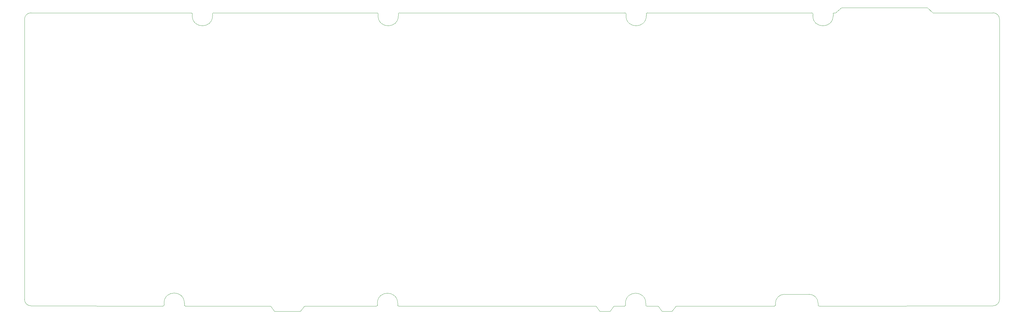
<source format=gbr>
%TF.GenerationSoftware,KiCad,Pcbnew,8.99.0-2641-g1a24c99a2a*%
%TF.CreationDate,2024-10-13T14:08:58+07:00*%
%TF.ProjectId,think65v3,7468696e-6b36-4357-9633-2e6b69636164,rev?*%
%TF.SameCoordinates,Original*%
%TF.FileFunction,Profile,NP*%
%FSLAX46Y46*%
G04 Gerber Fmt 4.6, Leading zero omitted, Abs format (unit mm)*
G04 Created by KiCad (PCBNEW 8.99.0-2641-g1a24c99a2a) date 2024-10-13 14:08:58*
%MOMM*%
%LPD*%
G01*
G04 APERTURE LIST*
%TA.AperFunction,Profile*%
%ADD10C,0.050000*%
%TD*%
G04 APERTURE END LIST*
D10*
X259140000Y-4350000D02*
G75*
G02*
X261140000Y-6350000I1J-1999999D01*
G01*
X261140000Y-92730000D02*
G75*
G02*
X259140000Y-94730000I-1999999J-1D01*
G01*
X-36770000Y-94730000D02*
G75*
G02*
X-38770000Y-92730000I-1J1999999D01*
G01*
X-38770000Y-6360000D02*
G75*
G02*
X-36770000Y-4360000I1999999J1D01*
G01*
X157308907Y-96424682D02*
X156108907Y-94824682D01*
X160408907Y-96424682D02*
X161608907Y-94824682D01*
X69984207Y-4674682D02*
X69984207Y-5249682D01*
X141308907Y-96424682D02*
X142508907Y-94824682D01*
X202566709Y-91153310D02*
G75*
G02*
X205333887Y-93924682I-9J-2767190D01*
G01*
X209957698Y-5249682D02*
G75*
G02*
X203707698Y-5249682I-3125000J0D01*
G01*
X146083907Y-93949682D02*
X146083907Y-94524682D01*
X209957698Y-4674682D02*
G75*
G02*
X210257698Y-4374698I300002J-18D01*
G01*
X192208907Y-94499682D02*
G75*
G02*
X191908907Y-94799707I-300007J-18D01*
G01*
X138208907Y-96424682D02*
X141308907Y-96424682D01*
X46108907Y-96424682D02*
X47308907Y-94824682D01*
X210260030Y-4374682D02*
X210708907Y-4374682D01*
X212533907Y-2799682D02*
X238933907Y-2799682D01*
X69684207Y-4374682D02*
G75*
G02*
X69984218Y-4674682I-7J-300018D01*
G01*
X76234207Y-5249682D02*
G75*
G02*
X69984207Y-5249682I-3125000J0D01*
G01*
X69767932Y-93949682D02*
G75*
G02*
X76017932Y-93949682I3125000J0D01*
G01*
X10405902Y-94474682D02*
X10405902Y-93899682D01*
X152492140Y-5249682D02*
G75*
G02*
X146242140Y-5249682I-3125000J0D01*
G01*
X12533907Y-4374682D02*
G75*
G02*
X12833918Y-4674682I-7J-300018D01*
G01*
X19083907Y-5249682D02*
X19083907Y-4674682D01*
X152492140Y-5249682D02*
X152492140Y-4674682D01*
X205333907Y-94499682D02*
X205333907Y-93924682D01*
X205633907Y-94799682D02*
G75*
G02*
X205333918Y-94499682I-7J299982D01*
G01*
X191908907Y-94799682D02*
X161608907Y-94824682D01*
X19083907Y-4674682D02*
G75*
G02*
X19383907Y-4374707I299993J-18D01*
G01*
X192208907Y-93924682D02*
G75*
G02*
X194980279Y-91157510I2767193J-18D01*
G01*
X145783907Y-94824682D02*
X142508907Y-94824682D01*
X261140000Y-92730000D02*
X261140000Y-6350000D01*
X138208907Y-96424682D02*
X137008907Y-94824682D01*
X152492140Y-4674682D02*
G75*
G02*
X152792140Y-4374640I300060J-18D01*
G01*
X19083907Y-5249682D02*
G75*
G02*
X12833907Y-5249682I-3125000J0D01*
G01*
X12833907Y-4674682D02*
X12833907Y-5249682D01*
X240608907Y-4349682D02*
X259140000Y-4350000D01*
X203407698Y-4374682D02*
G75*
G02*
X203707718Y-4674682I2J-300018D01*
G01*
X76534207Y-4374682D02*
X145942107Y-4374682D01*
X152333907Y-94524682D02*
X152333907Y-93949682D01*
X38108907Y-96424682D02*
X46108907Y-96424682D01*
X259140000Y-94730000D02*
X205633907Y-94799682D01*
X146083907Y-93949682D02*
G75*
G02*
X152333907Y-93949682I3125000J0D01*
G01*
X12533907Y-4374682D02*
X-36770001Y-4360000D01*
X192208907Y-93924682D02*
X192208907Y-94499682D01*
X146242140Y-4674682D02*
X146242140Y-5249682D01*
X38108907Y-96424682D02*
X36908907Y-94824682D01*
X4155902Y-93899682D02*
G75*
G02*
X10405902Y-93899682I3125000J0D01*
G01*
X209957698Y-5249682D02*
X209957698Y-4674682D01*
X210708907Y-4374682D02*
X212533907Y-2799682D01*
X69464034Y-94824682D02*
X47308907Y-94824682D01*
X69684207Y-4374682D02*
X19383907Y-4374682D01*
X202566709Y-91153311D02*
X194980279Y-91157484D01*
X76017932Y-94524682D02*
X76017932Y-93949682D01*
X238933907Y-2799682D02*
X240608907Y-4349682D01*
X152792140Y-4374682D02*
X203407698Y-4374683D01*
X36908907Y-94824682D02*
X10705902Y-94774681D01*
X4155902Y-94474682D02*
G75*
G02*
X3855902Y-94774682I-300002J2D01*
G01*
X145942140Y-4374682D02*
G75*
G02*
X146242118Y-4674682I-40J-300018D01*
G01*
X156108907Y-94824682D02*
X152633907Y-94824682D01*
X76317932Y-94824682D02*
X137008907Y-94824682D01*
X157308907Y-96424682D02*
X160408907Y-96424682D01*
X69767932Y-94524682D02*
G75*
G02*
X69467932Y-94824632I-299932J-18D01*
G01*
X152633907Y-94824682D02*
G75*
G02*
X152333918Y-94524682I-7J299982D01*
G01*
X-38769999Y-6360000D02*
X-38770000Y-92730000D01*
X76234207Y-5249682D02*
X76234207Y-4674682D01*
X203707698Y-4674682D02*
X203707698Y-5249682D01*
X3855902Y-94774676D02*
X-36770000Y-94730000D01*
X76317932Y-94824682D02*
G75*
G02*
X76017918Y-94524682I-32J299982D01*
G01*
X4155902Y-93899682D02*
X4155902Y-94474682D01*
X76234207Y-4674682D02*
G75*
G02*
X76534207Y-4374707I299993J-18D01*
G01*
X69767932Y-93949682D02*
X69767932Y-94524682D01*
X146083907Y-94524682D02*
G75*
G02*
X145783907Y-94824707I-300007J-18D01*
G01*
X10705902Y-94774682D02*
G75*
G02*
X10405918Y-94474682I-2J299982D01*
G01*
M02*

</source>
